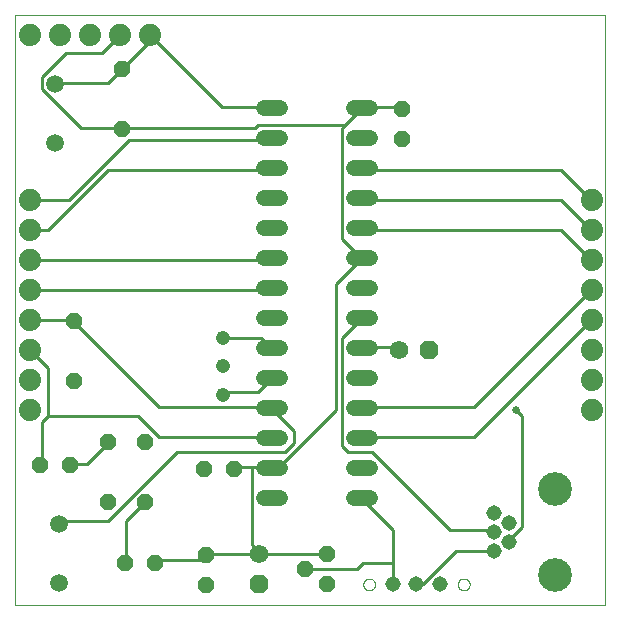
<source format=gtl>
G75*
%MOIN*%
%OFA0B0*%
%FSLAX25Y25*%
%IPPOS*%
%LPD*%
%AMOC8*
5,1,8,0,0,1.08239X$1,22.5*
%
%ADD10C,0.00000*%
%ADD11OC8,0.05200*%
%ADD12C,0.05150*%
%ADD13C,0.11220*%
%ADD14C,0.07400*%
%ADD15OC8,0.06200*%
%ADD16C,0.06200*%
%ADD17C,0.04756*%
%ADD18C,0.05200*%
%ADD19C,0.05937*%
%ADD20C,0.01000*%
%ADD21C,0.02578*%
D10*
X0005060Y0017235D02*
X0005060Y0214086D01*
X0201910Y0214086D01*
X0201910Y0017235D01*
X0005060Y0017235D01*
X0121241Y0024172D02*
X0121243Y0024260D01*
X0121249Y0024348D01*
X0121259Y0024436D01*
X0121273Y0024524D01*
X0121290Y0024610D01*
X0121312Y0024696D01*
X0121337Y0024780D01*
X0121367Y0024864D01*
X0121399Y0024946D01*
X0121436Y0025026D01*
X0121476Y0025105D01*
X0121520Y0025182D01*
X0121567Y0025257D01*
X0121617Y0025329D01*
X0121671Y0025400D01*
X0121727Y0025467D01*
X0121787Y0025533D01*
X0121849Y0025595D01*
X0121915Y0025655D01*
X0121982Y0025711D01*
X0122053Y0025765D01*
X0122125Y0025815D01*
X0122200Y0025862D01*
X0122277Y0025906D01*
X0122356Y0025946D01*
X0122436Y0025983D01*
X0122518Y0026015D01*
X0122602Y0026045D01*
X0122686Y0026070D01*
X0122772Y0026092D01*
X0122858Y0026109D01*
X0122946Y0026123D01*
X0123034Y0026133D01*
X0123122Y0026139D01*
X0123210Y0026141D01*
X0123298Y0026139D01*
X0123386Y0026133D01*
X0123474Y0026123D01*
X0123562Y0026109D01*
X0123648Y0026092D01*
X0123734Y0026070D01*
X0123818Y0026045D01*
X0123902Y0026015D01*
X0123984Y0025983D01*
X0124064Y0025946D01*
X0124143Y0025906D01*
X0124220Y0025862D01*
X0124295Y0025815D01*
X0124367Y0025765D01*
X0124438Y0025711D01*
X0124505Y0025655D01*
X0124571Y0025595D01*
X0124633Y0025533D01*
X0124693Y0025467D01*
X0124749Y0025400D01*
X0124803Y0025329D01*
X0124853Y0025257D01*
X0124900Y0025182D01*
X0124944Y0025105D01*
X0124984Y0025026D01*
X0125021Y0024946D01*
X0125053Y0024864D01*
X0125083Y0024780D01*
X0125108Y0024696D01*
X0125130Y0024610D01*
X0125147Y0024524D01*
X0125161Y0024436D01*
X0125171Y0024348D01*
X0125177Y0024260D01*
X0125179Y0024172D01*
X0125177Y0024084D01*
X0125171Y0023996D01*
X0125161Y0023908D01*
X0125147Y0023820D01*
X0125130Y0023734D01*
X0125108Y0023648D01*
X0125083Y0023564D01*
X0125053Y0023480D01*
X0125021Y0023398D01*
X0124984Y0023318D01*
X0124944Y0023239D01*
X0124900Y0023162D01*
X0124853Y0023087D01*
X0124803Y0023015D01*
X0124749Y0022944D01*
X0124693Y0022877D01*
X0124633Y0022811D01*
X0124571Y0022749D01*
X0124505Y0022689D01*
X0124438Y0022633D01*
X0124367Y0022579D01*
X0124295Y0022529D01*
X0124220Y0022482D01*
X0124143Y0022438D01*
X0124064Y0022398D01*
X0123984Y0022361D01*
X0123902Y0022329D01*
X0123818Y0022299D01*
X0123734Y0022274D01*
X0123648Y0022252D01*
X0123562Y0022235D01*
X0123474Y0022221D01*
X0123386Y0022211D01*
X0123298Y0022205D01*
X0123210Y0022203D01*
X0123122Y0022205D01*
X0123034Y0022211D01*
X0122946Y0022221D01*
X0122858Y0022235D01*
X0122772Y0022252D01*
X0122686Y0022274D01*
X0122602Y0022299D01*
X0122518Y0022329D01*
X0122436Y0022361D01*
X0122356Y0022398D01*
X0122277Y0022438D01*
X0122200Y0022482D01*
X0122125Y0022529D01*
X0122053Y0022579D01*
X0121982Y0022633D01*
X0121915Y0022689D01*
X0121849Y0022749D01*
X0121787Y0022811D01*
X0121727Y0022877D01*
X0121671Y0022944D01*
X0121617Y0023015D01*
X0121567Y0023087D01*
X0121520Y0023162D01*
X0121476Y0023239D01*
X0121436Y0023318D01*
X0121399Y0023398D01*
X0121367Y0023480D01*
X0121337Y0023564D01*
X0121312Y0023648D01*
X0121290Y0023734D01*
X0121273Y0023820D01*
X0121259Y0023908D01*
X0121249Y0023996D01*
X0121243Y0024084D01*
X0121241Y0024172D01*
X0152737Y0024172D02*
X0152739Y0024260D01*
X0152745Y0024348D01*
X0152755Y0024436D01*
X0152769Y0024524D01*
X0152786Y0024610D01*
X0152808Y0024696D01*
X0152833Y0024780D01*
X0152863Y0024864D01*
X0152895Y0024946D01*
X0152932Y0025026D01*
X0152972Y0025105D01*
X0153016Y0025182D01*
X0153063Y0025257D01*
X0153113Y0025329D01*
X0153167Y0025400D01*
X0153223Y0025467D01*
X0153283Y0025533D01*
X0153345Y0025595D01*
X0153411Y0025655D01*
X0153478Y0025711D01*
X0153549Y0025765D01*
X0153621Y0025815D01*
X0153696Y0025862D01*
X0153773Y0025906D01*
X0153852Y0025946D01*
X0153932Y0025983D01*
X0154014Y0026015D01*
X0154098Y0026045D01*
X0154182Y0026070D01*
X0154268Y0026092D01*
X0154354Y0026109D01*
X0154442Y0026123D01*
X0154530Y0026133D01*
X0154618Y0026139D01*
X0154706Y0026141D01*
X0154794Y0026139D01*
X0154882Y0026133D01*
X0154970Y0026123D01*
X0155058Y0026109D01*
X0155144Y0026092D01*
X0155230Y0026070D01*
X0155314Y0026045D01*
X0155398Y0026015D01*
X0155480Y0025983D01*
X0155560Y0025946D01*
X0155639Y0025906D01*
X0155716Y0025862D01*
X0155791Y0025815D01*
X0155863Y0025765D01*
X0155934Y0025711D01*
X0156001Y0025655D01*
X0156067Y0025595D01*
X0156129Y0025533D01*
X0156189Y0025467D01*
X0156245Y0025400D01*
X0156299Y0025329D01*
X0156349Y0025257D01*
X0156396Y0025182D01*
X0156440Y0025105D01*
X0156480Y0025026D01*
X0156517Y0024946D01*
X0156549Y0024864D01*
X0156579Y0024780D01*
X0156604Y0024696D01*
X0156626Y0024610D01*
X0156643Y0024524D01*
X0156657Y0024436D01*
X0156667Y0024348D01*
X0156673Y0024260D01*
X0156675Y0024172D01*
X0156673Y0024084D01*
X0156667Y0023996D01*
X0156657Y0023908D01*
X0156643Y0023820D01*
X0156626Y0023734D01*
X0156604Y0023648D01*
X0156579Y0023564D01*
X0156549Y0023480D01*
X0156517Y0023398D01*
X0156480Y0023318D01*
X0156440Y0023239D01*
X0156396Y0023162D01*
X0156349Y0023087D01*
X0156299Y0023015D01*
X0156245Y0022944D01*
X0156189Y0022877D01*
X0156129Y0022811D01*
X0156067Y0022749D01*
X0156001Y0022689D01*
X0155934Y0022633D01*
X0155863Y0022579D01*
X0155791Y0022529D01*
X0155716Y0022482D01*
X0155639Y0022438D01*
X0155560Y0022398D01*
X0155480Y0022361D01*
X0155398Y0022329D01*
X0155314Y0022299D01*
X0155230Y0022274D01*
X0155144Y0022252D01*
X0155058Y0022235D01*
X0154970Y0022221D01*
X0154882Y0022211D01*
X0154794Y0022205D01*
X0154706Y0022203D01*
X0154618Y0022205D01*
X0154530Y0022211D01*
X0154442Y0022221D01*
X0154354Y0022235D01*
X0154268Y0022252D01*
X0154182Y0022274D01*
X0154098Y0022299D01*
X0154014Y0022329D01*
X0153932Y0022361D01*
X0153852Y0022398D01*
X0153773Y0022438D01*
X0153696Y0022482D01*
X0153621Y0022529D01*
X0153549Y0022579D01*
X0153478Y0022633D01*
X0153411Y0022689D01*
X0153345Y0022749D01*
X0153283Y0022811D01*
X0153223Y0022877D01*
X0153167Y0022944D01*
X0153113Y0023015D01*
X0153063Y0023087D01*
X0153016Y0023162D01*
X0152972Y0023239D01*
X0152932Y0023318D01*
X0152895Y0023398D01*
X0152863Y0023480D01*
X0152833Y0023564D01*
X0152808Y0023648D01*
X0152786Y0023734D01*
X0152769Y0023820D01*
X0152755Y0023908D01*
X0152745Y0023996D01*
X0152739Y0024084D01*
X0152737Y0024172D01*
D11*
X0109166Y0024156D03*
X0101666Y0029156D03*
X0109166Y0034156D03*
X0078060Y0062538D03*
X0068060Y0062538D03*
X0048391Y0071629D03*
X0036186Y0071794D03*
X0023485Y0063928D03*
X0013485Y0063928D03*
X0036186Y0051794D03*
X0048391Y0051629D03*
X0051741Y0031349D03*
X0041741Y0031349D03*
X0068962Y0033936D03*
X0068962Y0023936D03*
X0024666Y0091841D03*
X0024666Y0111841D03*
X0040729Y0176015D03*
X0040729Y0196015D03*
X0134060Y0182735D03*
X0134060Y0172735D03*
D12*
X0164969Y0047841D03*
X0169694Y0044692D03*
X0164969Y0041542D03*
X0169694Y0038393D03*
X0164969Y0035243D03*
X0146832Y0024172D03*
X0138958Y0024172D03*
X0131084Y0024172D03*
D13*
X0185048Y0027172D03*
X0185048Y0055912D03*
D14*
X0197560Y0082235D03*
X0197560Y0092235D03*
X0197560Y0102235D03*
X0197560Y0112235D03*
X0197560Y0122235D03*
X0197560Y0132235D03*
X0197560Y0142235D03*
X0197560Y0152235D03*
X0050060Y0207235D03*
X0040060Y0207235D03*
X0030060Y0207235D03*
X0020060Y0207235D03*
X0010060Y0207235D03*
X0010060Y0152235D03*
X0010060Y0142235D03*
X0010060Y0132235D03*
X0010060Y0122235D03*
X0010060Y0112235D03*
X0010060Y0102235D03*
X0010060Y0092235D03*
X0010060Y0082235D03*
D15*
X0086619Y0024377D03*
X0143091Y0102432D03*
D16*
X0133091Y0102432D03*
X0086619Y0034377D03*
D17*
X0074627Y0087302D03*
X0074627Y0096908D03*
X0074627Y0106302D03*
D18*
X0088208Y0102826D02*
X0093408Y0102826D01*
X0093408Y0092826D02*
X0088208Y0092826D01*
X0088208Y0082826D02*
X0093408Y0082826D01*
X0093408Y0072826D02*
X0088208Y0072826D01*
X0088208Y0062826D02*
X0093408Y0062826D01*
X0093408Y0052826D02*
X0088208Y0052826D01*
X0118208Y0052826D02*
X0123408Y0052826D01*
X0123408Y0062826D02*
X0118208Y0062826D01*
X0118208Y0072826D02*
X0123408Y0072826D01*
X0123408Y0082826D02*
X0118208Y0082826D01*
X0118208Y0092826D02*
X0123408Y0092826D01*
X0123408Y0102826D02*
X0118208Y0102826D01*
X0118208Y0112826D02*
X0123408Y0112826D01*
X0123408Y0122826D02*
X0118208Y0122826D01*
X0118208Y0132826D02*
X0123408Y0132826D01*
X0123408Y0142826D02*
X0118208Y0142826D01*
X0118208Y0152826D02*
X0123408Y0152826D01*
X0123408Y0162826D02*
X0118208Y0162826D01*
X0118208Y0172826D02*
X0123408Y0172826D01*
X0123408Y0182826D02*
X0118208Y0182826D01*
X0093408Y0182826D02*
X0088208Y0182826D01*
X0088208Y0172826D02*
X0093408Y0172826D01*
X0093408Y0162826D02*
X0088208Y0162826D01*
X0088208Y0152826D02*
X0093408Y0152826D01*
X0093408Y0142826D02*
X0088208Y0142826D01*
X0088208Y0132826D02*
X0093408Y0132826D01*
X0093408Y0122826D02*
X0088208Y0122826D01*
X0088208Y0112826D02*
X0093408Y0112826D01*
D19*
X0018560Y0171393D03*
X0018560Y0191078D03*
X0019847Y0044444D03*
X0019847Y0024759D03*
D20*
X0019847Y0044444D02*
X0020060Y0045235D01*
X0036060Y0045235D01*
X0059060Y0068235D01*
X0095060Y0068235D01*
X0098060Y0071235D01*
X0098060Y0075235D01*
X0091060Y0082235D01*
X0090808Y0082826D01*
X0090060Y0083235D01*
X0053060Y0083235D01*
X0025060Y0111235D01*
X0024666Y0111841D01*
X0024060Y0112235D01*
X0010060Y0112235D01*
X0010060Y0122235D02*
X0090060Y0122235D01*
X0090808Y0122826D01*
X0090060Y0132235D02*
X0090808Y0132826D01*
X0090060Y0132235D02*
X0010060Y0132235D01*
X0010060Y0142235D02*
X0016060Y0142235D01*
X0036060Y0162235D01*
X0090060Y0162235D01*
X0090808Y0162826D01*
X0090060Y0172235D02*
X0090808Y0172826D01*
X0090060Y0172235D02*
X0043060Y0172235D01*
X0023060Y0152235D01*
X0010060Y0152235D01*
X0027060Y0176235D02*
X0014060Y0189235D01*
X0014060Y0193235D01*
X0022060Y0201235D01*
X0034060Y0201235D01*
X0040060Y0207235D01*
X0050060Y0207235D02*
X0051060Y0206235D01*
X0041060Y0196235D01*
X0040729Y0196015D01*
X0040060Y0195235D01*
X0036060Y0191235D01*
X0019060Y0191235D01*
X0018560Y0191078D01*
X0027060Y0176235D02*
X0040060Y0176235D01*
X0040729Y0176015D01*
X0041060Y0176235D01*
X0085060Y0176235D01*
X0086060Y0177235D01*
X0115060Y0177235D01*
X0114060Y0176235D01*
X0114060Y0139235D01*
X0120060Y0133235D01*
X0120808Y0132826D01*
X0120060Y0132235D01*
X0112060Y0124235D01*
X0112060Y0082235D01*
X0093060Y0063235D01*
X0091060Y0063235D01*
X0090808Y0062826D01*
X0090060Y0063235D01*
X0084060Y0063235D01*
X0084060Y0037235D01*
X0086060Y0035235D01*
X0086619Y0034377D01*
X0086060Y0034235D01*
X0069060Y0034235D01*
X0068962Y0033936D01*
X0068060Y0033235D01*
X0067060Y0032235D01*
X0052060Y0032235D01*
X0051741Y0031349D01*
X0042060Y0032235D02*
X0041741Y0031349D01*
X0042060Y0032235D02*
X0042060Y0045235D01*
X0048060Y0051235D01*
X0048391Y0051629D01*
X0029060Y0064235D02*
X0036060Y0071235D01*
X0036186Y0071794D01*
X0029060Y0064235D02*
X0024060Y0064235D01*
X0023485Y0063928D01*
X0014060Y0064235D02*
X0013485Y0063928D01*
X0014060Y0064235D02*
X0014060Y0078235D01*
X0016060Y0080235D01*
X0046060Y0080235D01*
X0053060Y0073235D01*
X0090060Y0073235D01*
X0090808Y0072826D01*
X0084060Y0063235D02*
X0078060Y0063235D01*
X0078060Y0062538D01*
X0074627Y0087302D02*
X0075060Y0088235D01*
X0086060Y0088235D01*
X0090060Y0092235D01*
X0090808Y0092826D01*
X0090808Y0102826D02*
X0090060Y0103235D01*
X0087060Y0106235D01*
X0075060Y0106235D01*
X0074627Y0106302D01*
X0114060Y0106235D02*
X0114060Y0070235D01*
X0116060Y0068235D01*
X0124060Y0068235D01*
X0150060Y0042235D01*
X0164060Y0042235D01*
X0164969Y0041542D01*
X0170060Y0039235D02*
X0169694Y0038393D01*
X0170060Y0039235D02*
X0174060Y0043235D01*
X0174060Y0080235D01*
X0172060Y0082235D01*
X0158060Y0083235D02*
X0197060Y0122235D01*
X0197560Y0122235D01*
X0197560Y0112235D02*
X0197060Y0112235D01*
X0158060Y0073235D01*
X0121060Y0073235D01*
X0120808Y0072826D01*
X0120808Y0082826D02*
X0121060Y0083235D01*
X0158060Y0083235D01*
X0133091Y0102432D02*
X0133060Y0103235D01*
X0121060Y0103235D01*
X0120808Y0102826D01*
X0114060Y0106235D02*
X0120060Y0112235D01*
X0120808Y0112826D01*
X0121060Y0142235D02*
X0120808Y0142826D01*
X0121060Y0142235D02*
X0187060Y0142235D01*
X0197060Y0132235D01*
X0197560Y0132235D01*
X0197560Y0142235D02*
X0197060Y0142235D01*
X0187060Y0152235D01*
X0121060Y0152235D01*
X0120808Y0152826D01*
X0121060Y0162235D02*
X0120808Y0162826D01*
X0121060Y0162235D02*
X0187060Y0162235D01*
X0197060Y0152235D01*
X0197560Y0152235D01*
X0134060Y0182735D02*
X0134060Y0183235D01*
X0121060Y0183235D01*
X0120808Y0182826D01*
X0120060Y0182235D01*
X0115060Y0177235D01*
X0090808Y0182826D02*
X0090060Y0183235D01*
X0074060Y0183235D01*
X0051060Y0206235D01*
X0010060Y0102235D02*
X0016060Y0096235D01*
X0016060Y0080235D01*
X0086619Y0034377D02*
X0087060Y0034235D01*
X0109060Y0034235D01*
X0109166Y0034156D01*
X0102060Y0029235D02*
X0101666Y0029156D01*
X0102060Y0029235D02*
X0119060Y0029235D01*
X0121060Y0031235D01*
X0131060Y0031235D01*
X0131060Y0024235D01*
X0131084Y0024172D01*
X0131060Y0031235D02*
X0131060Y0042235D01*
X0121060Y0052235D01*
X0120808Y0052826D01*
X0138958Y0024172D02*
X0139060Y0024235D01*
X0141060Y0024235D01*
X0152060Y0035235D01*
X0164060Y0035235D01*
X0164969Y0035243D01*
D21*
X0172060Y0082235D03*
M02*

</source>
